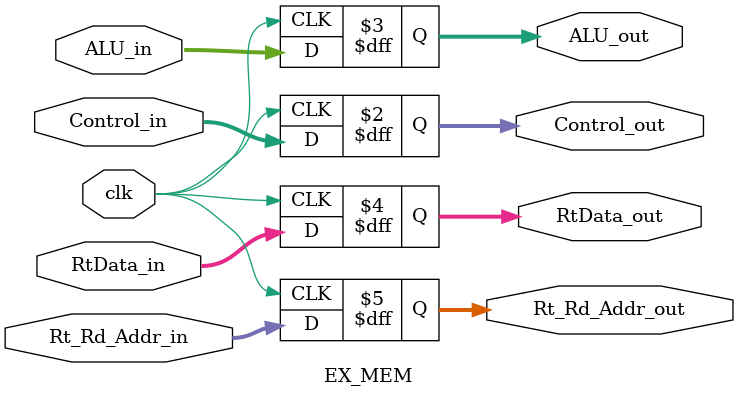
<source format=v>
module EX_MEM(
	//output
output reg[3:0]Control_out,
output reg[31:0]ALU_out,
output reg[31:0]RtData_out,
output reg[4:0]Rt_Rd_Addr_out,
	//input
input [3:0]Control_in,
input [31:0]ALU_in,
input [31:0]RtData_in,
input [4:0]Rt_Rd_Addr_in,
input clk
);
always@(posedge clk)
begin
	Control_out=Control_in;
	ALU_out=ALU_in;
	RtData_out=RtData_in;
	Rt_Rd_Addr_out=Rt_Rd_Addr_in;
end

endmodule

</source>
